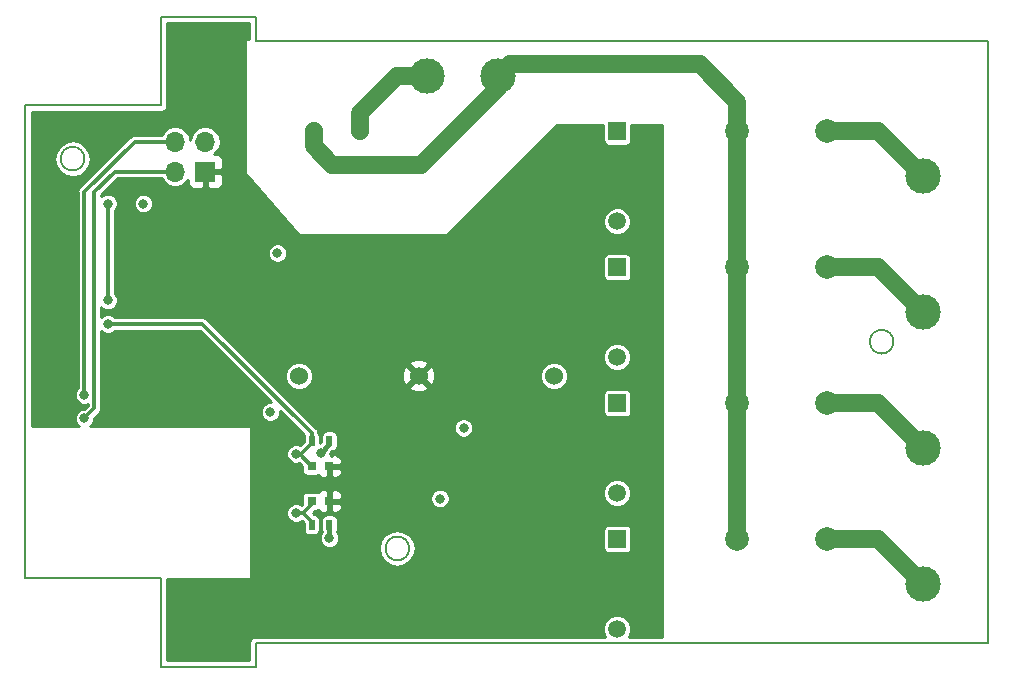
<source format=gbl>
G04 #@! TF.GenerationSoftware,KiCad,Pcbnew,5.0.2-bee76a0~70~ubuntu18.04.1*
G04 #@! TF.CreationDate,2019-12-02T22:21:51+01:00*
G04 #@! TF.ProjectId,meross,6d65726f-7373-42e6-9b69-6361645f7063,rev?*
G04 #@! TF.SameCoordinates,PX6ea0500PY700e860*
G04 #@! TF.FileFunction,Copper,L4,Bot*
G04 #@! TF.FilePolarity,Positive*
%FSLAX46Y46*%
G04 Gerber Fmt 4.6, Leading zero omitted, Abs format (unit mm)*
G04 Created by KiCad (PCBNEW 5.0.2-bee76a0~70~ubuntu18.04.1) date Mon 02 Dec 2019 10:21:51 PM CET*
%MOMM*%
%LPD*%
G01*
G04 APERTURE LIST*
G04 #@! TA.AperFunction,NonConductor*
%ADD10C,0.200000*%
G04 #@! TD*
G04 #@! TA.AperFunction,SMDPad,CuDef*
%ADD11R,0.500000X0.900000*%
G04 #@! TD*
G04 #@! TA.AperFunction,SMDPad,CuDef*
%ADD12R,0.800000X0.750000*%
G04 #@! TD*
G04 #@! TA.AperFunction,ComponentPad*
%ADD13R,1.520000X1.520000*%
G04 #@! TD*
G04 #@! TA.AperFunction,ComponentPad*
%ADD14C,2.000000*%
G04 #@! TD*
G04 #@! TA.AperFunction,ComponentPad*
%ADD15C,1.520000*%
G04 #@! TD*
G04 #@! TA.AperFunction,ComponentPad*
%ADD16C,1.524000*%
G04 #@! TD*
G04 #@! TA.AperFunction,ComponentPad*
%ADD17C,3.000000*%
G04 #@! TD*
G04 #@! TA.AperFunction,ComponentPad*
%ADD18R,1.700000X1.700000*%
G04 #@! TD*
G04 #@! TA.AperFunction,ComponentPad*
%ADD19O,1.700000X1.700000*%
G04 #@! TD*
G04 #@! TA.AperFunction,ViaPad*
%ADD20C,0.800000*%
G04 #@! TD*
G04 #@! TA.AperFunction,Conductor*
%ADD21C,0.300000*%
G04 #@! TD*
G04 #@! TA.AperFunction,Conductor*
%ADD22C,1.500000*%
G04 #@! TD*
G04 #@! TA.AperFunction,Conductor*
%ADD23C,0.400000*%
G04 #@! TD*
G04 #@! TA.AperFunction,Conductor*
%ADD24C,0.254000*%
G04 #@! TD*
G04 APERTURE END LIST*
D10*
X32500000Y10000000D02*
G75*
G03X32500000Y10000000I-1000000J0D01*
G01*
X5000000Y43000000D02*
G75*
G03X5000000Y43000000I-1000000J0D01*
G01*
X73500000Y27500000D02*
G75*
G03X73500000Y27500000I-1000000J0D01*
G01*
X81499999Y53000000D02*
X81500000Y2000000D01*
X81499999Y53000000D02*
X19500000Y53000000D01*
X19500000Y2000000D02*
X81500000Y2000000D01*
X19500000Y0D02*
X19500000Y2000000D01*
X19500000Y53000000D02*
X19500000Y55000000D01*
X19500000Y0D02*
X11500000Y0D01*
X11500000Y55000000D02*
X19500000Y55000000D01*
X11500000Y55000000D02*
X11500000Y47500000D01*
X11500000Y7500000D02*
X11500000Y0D01*
X11500000Y7500000D02*
X0Y7500000D01*
X0Y47500000D02*
X11500000Y47500000D01*
X0Y7500000D02*
X0Y47500000D01*
D11*
G04 #@! TO.P,R4,1*
G04 #@! TO.N,+3.3V*
X25750000Y19100000D03*
G04 #@! TO.P,R4,2*
G04 #@! TO.N,/GPIO0*
X24250000Y19100000D03*
G04 #@! TD*
D12*
G04 #@! TO.P,C1,1*
G04 #@! TO.N,GND*
X25750000Y14000000D03*
G04 #@! TO.P,C1,2*
G04 #@! TO.N,/RST*
X24250000Y14000000D03*
G04 #@! TD*
G04 #@! TO.P,C3,2*
G04 #@! TO.N,/GPIO0*
X24250000Y16950000D03*
G04 #@! TO.P,C3,1*
G04 #@! TO.N,GND*
X25750000Y16950000D03*
G04 #@! TD*
D13*
G04 #@! TO.P,K1,1*
G04 #@! TO.N,Net-(D2-Pad2)*
X50125000Y45300000D03*
D14*
G04 #@! TO.P,K1,2*
G04 #@! TO.N,/L*
X60285000Y45300000D03*
G04 #@! TO.P,K1,3*
G04 #@! TO.N,Net-(J4-Pad1)*
X67905000Y45300000D03*
D15*
G04 #@! TO.P,K1,5*
G04 #@! TO.N,+12V*
X50125000Y37680000D03*
G04 #@! TD*
G04 #@! TO.P,K2,5*
G04 #@! TO.N,+12V*
X50125000Y26180000D03*
D14*
G04 #@! TO.P,K2,3*
G04 #@! TO.N,Net-(J5-Pad1)*
X67905000Y33800000D03*
G04 #@! TO.P,K2,2*
G04 #@! TO.N,/L*
X60285000Y33800000D03*
D13*
G04 #@! TO.P,K2,1*
G04 #@! TO.N,Net-(D3-Pad2)*
X50125000Y33800000D03*
G04 #@! TD*
G04 #@! TO.P,K3,1*
G04 #@! TO.N,Net-(D4-Pad2)*
X50125000Y22300000D03*
D14*
G04 #@! TO.P,K3,2*
G04 #@! TO.N,/L*
X60285000Y22300000D03*
G04 #@! TO.P,K3,3*
G04 #@! TO.N,Net-(J6-Pad1)*
X67905000Y22300000D03*
D15*
G04 #@! TO.P,K3,5*
G04 #@! TO.N,+12V*
X50125000Y14680000D03*
G04 #@! TD*
G04 #@! TO.P,K4,5*
G04 #@! TO.N,+12V*
X50125000Y3180000D03*
D14*
G04 #@! TO.P,K4,3*
G04 #@! TO.N,Net-(J7-Pad1)*
X67905000Y10800000D03*
G04 #@! TO.P,K4,2*
G04 #@! TO.N,/L*
X60285000Y10800000D03*
D13*
G04 #@! TO.P,K4,1*
G04 #@! TO.N,Net-(D5-Pad2)*
X50125000Y10800000D03*
G04 #@! TD*
D11*
G04 #@! TO.P,R1,2*
G04 #@! TO.N,/RST*
X24250000Y12000000D03*
G04 #@! TO.P,R1,1*
G04 #@! TO.N,+3.3V*
X25750000Y12000000D03*
G04 #@! TD*
D16*
G04 #@! TO.P,PS1,1*
G04 #@! TO.N,/L*
X24430000Y45380000D03*
G04 #@! TO.P,PS1,2*
G04 #@! TO.N,/N*
X28330000Y45380000D03*
G04 #@! TO.P,PS1,5*
G04 #@! TO.N,+12V*
X23140000Y24620000D03*
G04 #@! TO.P,PS1,4*
G04 #@! TO.N,GND*
X33300000Y24620000D03*
G04 #@! TO.P,PS1,3*
G04 #@! TO.N,N/C*
X44730000Y24620000D03*
G04 #@! TD*
D17*
G04 #@! TO.P,J1,1*
G04 #@! TO.N,/L*
X40000000Y50000000D03*
G04 #@! TD*
G04 #@! TO.P,J2,1*
G04 #@! TO.N,/N*
X34000000Y50000000D03*
G04 #@! TD*
G04 #@! TO.P,J4,1*
G04 #@! TO.N,Net-(J4-Pad1)*
X76000000Y41500000D03*
G04 #@! TD*
G04 #@! TO.P,J5,1*
G04 #@! TO.N,Net-(J5-Pad1)*
X76000000Y30000000D03*
G04 #@! TD*
G04 #@! TO.P,J6,1*
G04 #@! TO.N,Net-(J6-Pad1)*
X76000000Y18500000D03*
G04 #@! TD*
G04 #@! TO.P,J7,1*
G04 #@! TO.N,Net-(J7-Pad1)*
X76000000Y7000000D03*
G04 #@! TD*
D18*
G04 #@! TO.P,J3,1*
G04 #@! TO.N,GND*
X15240000Y41910000D03*
D19*
G04 #@! TO.P,J3,2*
G04 #@! TO.N,+3.3V*
X15240000Y44450000D03*
G04 #@! TO.P,J3,3*
G04 #@! TO.N,/Tx*
X12700000Y41910000D03*
G04 #@! TO.P,J3,4*
G04 #@! TO.N,/Rx*
X12700000Y44450000D03*
G04 #@! TD*
D20*
G04 #@! TO.N,GND*
X37100000Y16909997D03*
X32700000Y15309997D03*
X31100001Y19709997D03*
X34100000Y20409997D03*
X20500000Y37400000D03*
X4000000Y39000000D03*
X2900000Y36000000D03*
X27075000Y14875000D03*
X27100000Y19875000D03*
G04 #@! TO.N,/Rx*
X5000000Y23000000D03*
G04 #@! TO.N,/Tx*
X5000000Y21000000D03*
G04 #@! TO.N,+12V*
X37100000Y20209997D03*
G04 #@! TO.N,+3.3V*
X20750000Y21550000D03*
X21350000Y35000000D03*
X25750000Y10850000D03*
X35100000Y14225000D03*
X10000000Y39200000D03*
X25000000Y18100000D03*
G04 #@! TO.N,/RST*
X22925000Y13000000D03*
G04 #@! TO.N,/GPIO0*
X7000000Y29000000D03*
X22925000Y18000000D03*
G04 #@! TO.N,Net-(R5-Pad2)*
X7000000Y31000000D03*
X7000000Y39200000D03*
G04 #@! TD*
D21*
G04 #@! TO.N,/Rx*
X9250000Y44450000D02*
X12700000Y44450000D01*
X5000000Y23000000D02*
X5000000Y40200000D01*
X5000000Y40200000D02*
X9250000Y44450000D01*
G04 #@! TO.N,/Tx*
X5850001Y21850001D02*
X5850001Y40150001D01*
X5000000Y21000000D02*
X5850001Y21850001D01*
X5850001Y40150001D02*
X7610000Y41910000D01*
X7610000Y41910000D02*
X11430000Y41910000D01*
X11430000Y41910000D02*
X12700000Y41910000D01*
D22*
G04 #@! TO.N,/L*
X33500000Y42500000D02*
X40000000Y49000000D01*
X26000000Y42500000D02*
X33500000Y42500000D01*
X40000000Y49000000D02*
X40000000Y50000000D01*
X24430000Y45380000D02*
X24430000Y44070000D01*
X24430000Y44070000D02*
X26000000Y42500000D01*
X60285000Y47800000D02*
X60285000Y23800000D01*
X57085000Y51000000D02*
X60285000Y47800000D01*
X40000000Y50000000D02*
X41000000Y51000000D01*
X60285000Y23800000D02*
X60285000Y10800000D01*
X41000000Y51000000D02*
X57085000Y51000000D01*
D23*
G04 #@! TO.N,+3.3V*
X25750000Y12000000D02*
X25750000Y10850000D01*
X25750000Y19100000D02*
X25750000Y18850000D01*
X25750000Y18850000D02*
X25000000Y18100000D01*
D22*
G04 #@! TO.N,/N*
X28330000Y46830000D02*
X28330000Y45380000D01*
X34000000Y50000000D02*
X31500000Y50000000D01*
X31500000Y50000000D02*
X28330000Y46830000D01*
D21*
G04 #@! TO.N,/RST*
X22925000Y13000000D02*
X23250000Y13000000D01*
X24250000Y12250000D02*
X24250000Y12000000D01*
X23250000Y13000000D02*
X23500000Y13000000D01*
X23500000Y13000000D02*
X24250000Y12250000D01*
X24250000Y13750000D02*
X24250000Y14000000D01*
X23500000Y13000000D02*
X24250000Y13750000D01*
G04 #@! TO.N,/GPIO0*
X7565685Y29000000D02*
X7000000Y29000000D01*
X15000000Y29000000D02*
X7565685Y29000000D01*
X24250000Y19100000D02*
X24250000Y19750000D01*
X24250000Y19750000D02*
X15000000Y29000000D01*
X23300000Y18000000D02*
X22925000Y18000000D01*
X23350000Y18000000D02*
X23300000Y18000000D01*
X24250000Y19100000D02*
X24250000Y18900000D01*
X24250000Y18900000D02*
X23350000Y18000000D01*
X24225000Y16950000D02*
X24250000Y16950000D01*
X23300000Y18000000D02*
X23300000Y17875000D01*
X23300000Y17875000D02*
X24225000Y16950000D01*
D22*
G04 #@! TO.N,Net-(J4-Pad1)*
X72200000Y45300000D02*
X76000000Y41500000D01*
X67905000Y45300000D02*
X72200000Y45300000D01*
G04 #@! TO.N,Net-(J5-Pad1)*
X72200000Y33800000D02*
X76000000Y30000000D01*
X67905000Y33800000D02*
X72200000Y33800000D01*
G04 #@! TO.N,Net-(J6-Pad1)*
X72200000Y22300000D02*
X76000000Y18500000D01*
X67905000Y22300000D02*
X72200000Y22300000D01*
G04 #@! TO.N,Net-(J7-Pad1)*
X72200000Y10800000D02*
X76000000Y7000000D01*
X67905000Y10800000D02*
X72200000Y10800000D01*
D21*
G04 #@! TO.N,Net-(R5-Pad2)*
X7000000Y39200000D02*
X7000000Y31000000D01*
G04 #@! TD*
D24*
G04 #@! TO.N,GND*
G36*
X18973000Y53127000D02*
X18700000Y53127000D01*
X18651399Y53117333D01*
X18610197Y53089803D01*
X18582667Y53048601D01*
X18573000Y53000000D01*
X18573000Y41900000D01*
X18579473Y41859971D01*
X18603967Y41816894D01*
X23103967Y36616894D01*
X23151399Y36582667D01*
X23200000Y36573000D01*
X35700000Y36573000D01*
X35748601Y36582667D01*
X35789803Y36610197D01*
X37095715Y37916109D01*
X48938000Y37916109D01*
X48938000Y37443891D01*
X49118710Y37007618D01*
X49452618Y36673710D01*
X49888891Y36493000D01*
X50361109Y36493000D01*
X50797382Y36673710D01*
X51131290Y37007618D01*
X51312000Y37443891D01*
X51312000Y37916109D01*
X51131290Y38352382D01*
X50797382Y38686290D01*
X50361109Y38867000D01*
X49888891Y38867000D01*
X49452618Y38686290D01*
X49118710Y38352382D01*
X48938000Y37916109D01*
X37095715Y37916109D01*
X45052606Y45873000D01*
X48929635Y45873000D01*
X48929635Y44540000D01*
X48962775Y44373393D01*
X49057150Y44232150D01*
X49198393Y44137775D01*
X49365000Y44104635D01*
X50885000Y44104635D01*
X51051607Y44137775D01*
X51192850Y44232150D01*
X51287225Y44373393D01*
X51320365Y44540000D01*
X51320365Y45873000D01*
X53873000Y45873000D01*
X53873000Y2527000D01*
X51139318Y2527000D01*
X51312000Y2943891D01*
X51312000Y3416109D01*
X51131290Y3852382D01*
X50797382Y4186290D01*
X50361109Y4367000D01*
X49888891Y4367000D01*
X49452618Y4186290D01*
X49118710Y3852382D01*
X48938000Y3416109D01*
X48938000Y2943891D01*
X49110682Y2527000D01*
X19551903Y2527000D01*
X19500000Y2537324D01*
X19448098Y2527000D01*
X19448097Y2527000D01*
X19294375Y2496423D01*
X19120055Y2379945D01*
X19003577Y2205625D01*
X18962676Y2000000D01*
X18973001Y1948093D01*
X18973000Y527000D01*
X12027000Y527000D01*
X12027000Y7373000D01*
X19000000Y7373000D01*
X19048601Y7382667D01*
X19089803Y7410197D01*
X19117333Y7451399D01*
X19127000Y7500000D01*
X19127000Y10000000D01*
X29953000Y10000000D01*
X30070758Y9407989D01*
X30406106Y8906106D01*
X30907989Y8570758D01*
X31500000Y8453000D01*
X32092011Y8570758D01*
X32593894Y8906106D01*
X32929242Y9407989D01*
X33047000Y10000000D01*
X32929242Y10592011D01*
X32593894Y11093894D01*
X32092011Y11429242D01*
X31500000Y11547000D01*
X30907989Y11429242D01*
X30406106Y11093894D01*
X30070758Y10592011D01*
X29953000Y10000000D01*
X19127000Y10000000D01*
X19127000Y11014501D01*
X24923000Y11014501D01*
X24923000Y10685499D01*
X25048903Y10381542D01*
X25281542Y10148903D01*
X25585499Y10023000D01*
X25914501Y10023000D01*
X26218458Y10148903D01*
X26451097Y10381542D01*
X26577000Y10685499D01*
X26577000Y11014501D01*
X26451097Y11318458D01*
X26395791Y11373764D01*
X26402225Y11383393D01*
X26435365Y11550000D01*
X26435365Y11560000D01*
X48929635Y11560000D01*
X48929635Y10040000D01*
X48962775Y9873393D01*
X49057150Y9732150D01*
X49198393Y9637775D01*
X49365000Y9604635D01*
X50885000Y9604635D01*
X51051607Y9637775D01*
X51192850Y9732150D01*
X51287225Y9873393D01*
X51320365Y10040000D01*
X51320365Y11560000D01*
X51287225Y11726607D01*
X51192850Y11867850D01*
X51051607Y11962225D01*
X50885000Y11995365D01*
X49365000Y11995365D01*
X49198393Y11962225D01*
X49057150Y11867850D01*
X48962775Y11726607D01*
X48929635Y11560000D01*
X26435365Y11560000D01*
X26435365Y12450000D01*
X26402225Y12616607D01*
X26307850Y12757850D01*
X26166607Y12852225D01*
X26000000Y12885365D01*
X25500000Y12885365D01*
X25333393Y12852225D01*
X25192150Y12757850D01*
X25097775Y12616607D01*
X25064635Y12450000D01*
X25064635Y11550000D01*
X25097775Y11383393D01*
X25104209Y11373764D01*
X25048903Y11318458D01*
X24923000Y11014501D01*
X19127000Y11014501D01*
X19127000Y13164501D01*
X22098000Y13164501D01*
X22098000Y12835499D01*
X22223903Y12531542D01*
X22456542Y12298903D01*
X22760499Y12173000D01*
X23089501Y12173000D01*
X23387546Y12296454D01*
X23564635Y12119364D01*
X23564635Y11550000D01*
X23597775Y11383393D01*
X23692150Y11242150D01*
X23833393Y11147775D01*
X24000000Y11114635D01*
X24500000Y11114635D01*
X24666607Y11147775D01*
X24807850Y11242150D01*
X24902225Y11383393D01*
X24935365Y11550000D01*
X24935365Y12450000D01*
X24902225Y12616607D01*
X24807850Y12757850D01*
X24666607Y12852225D01*
X24500000Y12885365D01*
X24430636Y12885365D01*
X24316001Y13000000D01*
X24505636Y13189635D01*
X24650000Y13189635D01*
X24816607Y13222775D01*
X24839142Y13237832D01*
X24990302Y13086673D01*
X25223691Y12990000D01*
X25464250Y12990000D01*
X25623000Y13148750D01*
X25623000Y13873000D01*
X25877000Y13873000D01*
X25877000Y13148750D01*
X26035750Y12990000D01*
X26276309Y12990000D01*
X26509698Y13086673D01*
X26688327Y13265301D01*
X26785000Y13498690D01*
X26785000Y13714250D01*
X26626250Y13873000D01*
X25877000Y13873000D01*
X25623000Y13873000D01*
X25603000Y13873000D01*
X25603000Y14127000D01*
X25623000Y14127000D01*
X25623000Y14851250D01*
X25877000Y14851250D01*
X25877000Y14127000D01*
X26626250Y14127000D01*
X26785000Y14285750D01*
X26785000Y14389501D01*
X34273000Y14389501D01*
X34273000Y14060499D01*
X34398903Y13756542D01*
X34631542Y13523903D01*
X34935499Y13398000D01*
X35264501Y13398000D01*
X35568458Y13523903D01*
X35801097Y13756542D01*
X35927000Y14060499D01*
X35927000Y14389501D01*
X35801097Y14693458D01*
X35578446Y14916109D01*
X48938000Y14916109D01*
X48938000Y14443891D01*
X49118710Y14007618D01*
X49452618Y13673710D01*
X49888891Y13493000D01*
X50361109Y13493000D01*
X50797382Y13673710D01*
X51131290Y14007618D01*
X51312000Y14443891D01*
X51312000Y14916109D01*
X51131290Y15352382D01*
X50797382Y15686290D01*
X50361109Y15867000D01*
X49888891Y15867000D01*
X49452618Y15686290D01*
X49118710Y15352382D01*
X48938000Y14916109D01*
X35578446Y14916109D01*
X35568458Y14926097D01*
X35264501Y15052000D01*
X34935499Y15052000D01*
X34631542Y14926097D01*
X34398903Y14693458D01*
X34273000Y14389501D01*
X26785000Y14389501D01*
X26785000Y14501310D01*
X26688327Y14734699D01*
X26509698Y14913327D01*
X26276309Y15010000D01*
X26035750Y15010000D01*
X25877000Y14851250D01*
X25623000Y14851250D01*
X25464250Y15010000D01*
X25223691Y15010000D01*
X24990302Y14913327D01*
X24839142Y14762168D01*
X24816607Y14777225D01*
X24650000Y14810365D01*
X23850000Y14810365D01*
X23683393Y14777225D01*
X23542150Y14682850D01*
X23447775Y14541607D01*
X23414635Y14375000D01*
X23414635Y13730635D01*
X23387546Y13703546D01*
X23089501Y13827000D01*
X22760499Y13827000D01*
X22456542Y13701097D01*
X22223903Y13468458D01*
X22098000Y13164501D01*
X19127000Y13164501D01*
X19127000Y20200000D01*
X19117333Y20248601D01*
X19089803Y20289803D01*
X19048601Y20317333D01*
X19000000Y20327000D01*
X5496555Y20327000D01*
X5701097Y20531542D01*
X5827000Y20835499D01*
X5827000Y21011000D01*
X6217816Y21401815D01*
X6265995Y21434007D01*
X6393523Y21624867D01*
X6427001Y21793172D01*
X6427001Y21793173D01*
X6438305Y21850001D01*
X6427001Y21906829D01*
X6427001Y28403444D01*
X6531542Y28298903D01*
X6835499Y28173000D01*
X7164501Y28173000D01*
X7468458Y28298903D01*
X7592555Y28423000D01*
X14761000Y28423000D01*
X20806999Y22377000D01*
X20585499Y22377000D01*
X20281542Y22251097D01*
X20048903Y22018458D01*
X19923000Y21714501D01*
X19923000Y21385499D01*
X20048903Y21081542D01*
X20281542Y20848903D01*
X20585499Y20723000D01*
X20914501Y20723000D01*
X21218458Y20848903D01*
X21451097Y21081542D01*
X21577000Y21385499D01*
X21577000Y21606999D01*
X23576143Y19607856D01*
X23564635Y19550000D01*
X23564635Y19030636D01*
X23281480Y18747480D01*
X23089501Y18827000D01*
X22760499Y18827000D01*
X22456542Y18701097D01*
X22223903Y18468458D01*
X22098000Y18164501D01*
X22098000Y17835499D01*
X22223903Y17531542D01*
X22456542Y17298903D01*
X22760499Y17173000D01*
X23089501Y17173000D01*
X23157736Y17201264D01*
X23414635Y16944364D01*
X23414635Y16575000D01*
X23447775Y16408393D01*
X23542150Y16267150D01*
X23683393Y16172775D01*
X23850000Y16139635D01*
X24650000Y16139635D01*
X24816607Y16172775D01*
X24839142Y16187832D01*
X24990302Y16036673D01*
X25223691Y15940000D01*
X25464250Y15940000D01*
X25623000Y16098750D01*
X25623000Y16823000D01*
X25877000Y16823000D01*
X25877000Y16098750D01*
X26035750Y15940000D01*
X26276309Y15940000D01*
X26509698Y16036673D01*
X26688327Y16215301D01*
X26785000Y16448690D01*
X26785000Y16664250D01*
X26626250Y16823000D01*
X25877000Y16823000D01*
X25623000Y16823000D01*
X25603000Y16823000D01*
X25603000Y17077000D01*
X25623000Y17077000D01*
X25623000Y17097000D01*
X25877000Y17097000D01*
X25877000Y17077000D01*
X26626250Y17077000D01*
X26785000Y17235750D01*
X26785000Y17451310D01*
X26688327Y17684699D01*
X26509698Y17863327D01*
X26276309Y17960000D01*
X26035750Y17960000D01*
X25877002Y17801252D01*
X25877002Y17960000D01*
X25827000Y17960000D01*
X25827000Y18040288D01*
X26001681Y18214969D01*
X26166607Y18247775D01*
X26307850Y18342150D01*
X26402225Y18483393D01*
X26435365Y18650000D01*
X26435365Y19550000D01*
X26402225Y19716607D01*
X26307850Y19857850D01*
X26166607Y19952225D01*
X26000000Y19985365D01*
X25500000Y19985365D01*
X25333393Y19952225D01*
X25192150Y19857850D01*
X25097775Y19716607D01*
X25064635Y19550000D01*
X25064635Y19051347D01*
X24940288Y18927000D01*
X24935365Y18927000D01*
X24935365Y19550000D01*
X24902225Y19716607D01*
X24820666Y19838669D01*
X24816851Y19857850D01*
X24793522Y19975134D01*
X24665994Y20165994D01*
X24617815Y20198186D01*
X24441503Y20374498D01*
X36273000Y20374498D01*
X36273000Y20045496D01*
X36398903Y19741539D01*
X36631542Y19508900D01*
X36935499Y19382997D01*
X37264501Y19382997D01*
X37568458Y19508900D01*
X37801097Y19741539D01*
X37927000Y20045496D01*
X37927000Y20374498D01*
X37801097Y20678455D01*
X37568458Y20911094D01*
X37264501Y21036997D01*
X36935499Y21036997D01*
X36631542Y20911094D01*
X36398903Y20678455D01*
X36273000Y20374498D01*
X24441503Y20374498D01*
X21756001Y23060000D01*
X48929635Y23060000D01*
X48929635Y21540000D01*
X48962775Y21373393D01*
X49057150Y21232150D01*
X49198393Y21137775D01*
X49365000Y21104635D01*
X50885000Y21104635D01*
X51051607Y21137775D01*
X51192850Y21232150D01*
X51287225Y21373393D01*
X51320365Y21540000D01*
X51320365Y23060000D01*
X51287225Y23226607D01*
X51192850Y23367850D01*
X51051607Y23462225D01*
X50885000Y23495365D01*
X49365000Y23495365D01*
X49198393Y23462225D01*
X49057150Y23367850D01*
X48962775Y23226607D01*
X48929635Y23060000D01*
X21756001Y23060000D01*
X19959494Y24856507D01*
X21951000Y24856507D01*
X21951000Y24383493D01*
X22132014Y23946486D01*
X22466486Y23612014D01*
X22903493Y23431000D01*
X23376507Y23431000D01*
X23813514Y23612014D01*
X23841287Y23639787D01*
X32499392Y23639787D01*
X32568857Y23397603D01*
X33092302Y23210856D01*
X33647368Y23238638D01*
X34031143Y23397603D01*
X34100608Y23639787D01*
X33300000Y24440395D01*
X32499392Y23639787D01*
X23841287Y23639787D01*
X24147986Y23946486D01*
X24329000Y24383493D01*
X24329000Y24827698D01*
X31890856Y24827698D01*
X31918638Y24272632D01*
X32077603Y23888857D01*
X32319787Y23819392D01*
X33120395Y24620000D01*
X33479605Y24620000D01*
X34280213Y23819392D01*
X34522397Y23888857D01*
X34709144Y24412302D01*
X34686911Y24856507D01*
X43541000Y24856507D01*
X43541000Y24383493D01*
X43722014Y23946486D01*
X44056486Y23612014D01*
X44493493Y23431000D01*
X44966507Y23431000D01*
X45403514Y23612014D01*
X45737986Y23946486D01*
X45919000Y24383493D01*
X45919000Y24856507D01*
X45737986Y25293514D01*
X45403514Y25627986D01*
X44966507Y25809000D01*
X44493493Y25809000D01*
X44056486Y25627986D01*
X43722014Y25293514D01*
X43541000Y24856507D01*
X34686911Y24856507D01*
X34681362Y24967368D01*
X34522397Y25351143D01*
X34280213Y25420608D01*
X33479605Y24620000D01*
X33120395Y24620000D01*
X32319787Y25420608D01*
X32077603Y25351143D01*
X31890856Y24827698D01*
X24329000Y24827698D01*
X24329000Y24856507D01*
X24147986Y25293514D01*
X23841287Y25600213D01*
X32499392Y25600213D01*
X33300000Y24799605D01*
X34100608Y25600213D01*
X34031143Y25842397D01*
X33507698Y26029144D01*
X32952632Y26001362D01*
X32568857Y25842397D01*
X32499392Y25600213D01*
X23841287Y25600213D01*
X23813514Y25627986D01*
X23376507Y25809000D01*
X22903493Y25809000D01*
X22466486Y25627986D01*
X22132014Y25293514D01*
X21951000Y24856507D01*
X19959494Y24856507D01*
X18399892Y26416109D01*
X48938000Y26416109D01*
X48938000Y25943891D01*
X49118710Y25507618D01*
X49452618Y25173710D01*
X49888891Y24993000D01*
X50361109Y24993000D01*
X50797382Y25173710D01*
X51131290Y25507618D01*
X51312000Y25943891D01*
X51312000Y26416109D01*
X51131290Y26852382D01*
X50797382Y27186290D01*
X50361109Y27367000D01*
X49888891Y27367000D01*
X49452618Y27186290D01*
X49118710Y26852382D01*
X48938000Y26416109D01*
X18399892Y26416109D01*
X15448188Y29367812D01*
X15415994Y29415994D01*
X15225134Y29543522D01*
X15056829Y29577000D01*
X15056828Y29577000D01*
X15000000Y29588304D01*
X14943172Y29577000D01*
X7592555Y29577000D01*
X7468458Y29701097D01*
X7164501Y29827000D01*
X6835499Y29827000D01*
X6531542Y29701097D01*
X6427001Y29596556D01*
X6427001Y30403444D01*
X6531542Y30298903D01*
X6835499Y30173000D01*
X7164501Y30173000D01*
X7468458Y30298903D01*
X7701097Y30531542D01*
X7827000Y30835499D01*
X7827000Y31164501D01*
X7701097Y31468458D01*
X7577000Y31592555D01*
X7577000Y35164501D01*
X20523000Y35164501D01*
X20523000Y34835499D01*
X20648903Y34531542D01*
X20881542Y34298903D01*
X21185499Y34173000D01*
X21514501Y34173000D01*
X21818458Y34298903D01*
X22051097Y34531542D01*
X22062884Y34560000D01*
X48929635Y34560000D01*
X48929635Y33040000D01*
X48962775Y32873393D01*
X49057150Y32732150D01*
X49198393Y32637775D01*
X49365000Y32604635D01*
X50885000Y32604635D01*
X51051607Y32637775D01*
X51192850Y32732150D01*
X51287225Y32873393D01*
X51320365Y33040000D01*
X51320365Y34560000D01*
X51287225Y34726607D01*
X51192850Y34867850D01*
X51051607Y34962225D01*
X50885000Y34995365D01*
X49365000Y34995365D01*
X49198393Y34962225D01*
X49057150Y34867850D01*
X48962775Y34726607D01*
X48929635Y34560000D01*
X22062884Y34560000D01*
X22177000Y34835499D01*
X22177000Y35164501D01*
X22051097Y35468458D01*
X21818458Y35701097D01*
X21514501Y35827000D01*
X21185499Y35827000D01*
X20881542Y35701097D01*
X20648903Y35468458D01*
X20523000Y35164501D01*
X7577000Y35164501D01*
X7577000Y38607445D01*
X7701097Y38731542D01*
X7827000Y39035499D01*
X7827000Y39364501D01*
X9173000Y39364501D01*
X9173000Y39035499D01*
X9298903Y38731542D01*
X9531542Y38498903D01*
X9835499Y38373000D01*
X10164501Y38373000D01*
X10468458Y38498903D01*
X10701097Y38731542D01*
X10827000Y39035499D01*
X10827000Y39364501D01*
X10701097Y39668458D01*
X10468458Y39901097D01*
X10164501Y40027000D01*
X9835499Y40027000D01*
X9531542Y39901097D01*
X9298903Y39668458D01*
X9173000Y39364501D01*
X7827000Y39364501D01*
X7701097Y39668458D01*
X7468458Y39901097D01*
X7164501Y40027000D01*
X6835499Y40027000D01*
X6531542Y39901097D01*
X6427001Y39796556D01*
X6427001Y39911001D01*
X7849001Y41333000D01*
X11549705Y41333000D01*
X11779335Y40989335D01*
X12201740Y40707093D01*
X12574231Y40633000D01*
X12825769Y40633000D01*
X13198260Y40707093D01*
X13620665Y40989335D01*
X13755000Y41190382D01*
X13755000Y40933691D01*
X13851673Y40700302D01*
X14030301Y40521673D01*
X14263690Y40425000D01*
X14954250Y40425000D01*
X15113000Y40583750D01*
X15113000Y41783000D01*
X15367000Y41783000D01*
X15367000Y40583750D01*
X15525750Y40425000D01*
X16216310Y40425000D01*
X16449699Y40521673D01*
X16628327Y40700302D01*
X16725000Y40933691D01*
X16725000Y41624250D01*
X16566250Y41783000D01*
X15367000Y41783000D01*
X15113000Y41783000D01*
X15093000Y41783000D01*
X15093000Y42037000D01*
X15113000Y42037000D01*
X15113000Y42057000D01*
X15367000Y42057000D01*
X15367000Y42037000D01*
X16566250Y42037000D01*
X16725000Y42195750D01*
X16725000Y42886309D01*
X16628327Y43119698D01*
X16449699Y43298327D01*
X16216310Y43395000D01*
X15959618Y43395000D01*
X16160665Y43529335D01*
X16442907Y43951740D01*
X16542017Y44450000D01*
X16442907Y44948260D01*
X16160665Y45370665D01*
X15738260Y45652907D01*
X15365769Y45727000D01*
X15114231Y45727000D01*
X14741740Y45652907D01*
X14319335Y45370665D01*
X14037093Y44948260D01*
X13970000Y44610960D01*
X13902907Y44948260D01*
X13620665Y45370665D01*
X13198260Y45652907D01*
X12825769Y45727000D01*
X12574231Y45727000D01*
X12201740Y45652907D01*
X11779335Y45370665D01*
X11549705Y45027000D01*
X9306829Y45027000D01*
X9250000Y45038304D01*
X9024865Y44993522D01*
X8957126Y44948260D01*
X8834006Y44865994D01*
X8801816Y44817818D01*
X4632186Y40648186D01*
X4584007Y40615994D01*
X4551816Y40567816D01*
X4456479Y40425134D01*
X4411696Y40200000D01*
X4423001Y40143167D01*
X4423000Y23592555D01*
X4298903Y23468458D01*
X4173000Y23164501D01*
X4173000Y22835499D01*
X4298903Y22531542D01*
X4531542Y22298903D01*
X4835499Y22173000D01*
X5164501Y22173000D01*
X5273001Y22217942D01*
X5273001Y22089002D01*
X5011000Y21827000D01*
X4835499Y21827000D01*
X4531542Y21701097D01*
X4298903Y21468458D01*
X4173000Y21164501D01*
X4173000Y20835499D01*
X4298903Y20531542D01*
X4503445Y20327000D01*
X527000Y20327000D01*
X527000Y43000000D01*
X2453000Y43000000D01*
X2570758Y42407989D01*
X2906106Y41906106D01*
X3407989Y41570758D01*
X4000000Y41453000D01*
X4592011Y41570758D01*
X5093894Y41906106D01*
X5429242Y42407989D01*
X5547000Y43000000D01*
X5429242Y43592011D01*
X5093894Y44093894D01*
X4592011Y44429242D01*
X4000000Y44547000D01*
X3407989Y44429242D01*
X2906106Y44093894D01*
X2570758Y43592011D01*
X2453000Y43000000D01*
X527000Y43000000D01*
X527000Y46973000D01*
X11448098Y46973000D01*
X11500000Y46962676D01*
X11705625Y47003577D01*
X11879945Y47120055D01*
X11996423Y47294375D01*
X12027000Y47448097D01*
X12037324Y47500000D01*
X12027000Y47551903D01*
X12027000Y54473000D01*
X18973001Y54473000D01*
X18973000Y53127000D01*
X18973000Y53127000D01*
G37*
X18973000Y53127000D02*
X18700000Y53127000D01*
X18651399Y53117333D01*
X18610197Y53089803D01*
X18582667Y53048601D01*
X18573000Y53000000D01*
X18573000Y41900000D01*
X18579473Y41859971D01*
X18603967Y41816894D01*
X23103967Y36616894D01*
X23151399Y36582667D01*
X23200000Y36573000D01*
X35700000Y36573000D01*
X35748601Y36582667D01*
X35789803Y36610197D01*
X37095715Y37916109D01*
X48938000Y37916109D01*
X48938000Y37443891D01*
X49118710Y37007618D01*
X49452618Y36673710D01*
X49888891Y36493000D01*
X50361109Y36493000D01*
X50797382Y36673710D01*
X51131290Y37007618D01*
X51312000Y37443891D01*
X51312000Y37916109D01*
X51131290Y38352382D01*
X50797382Y38686290D01*
X50361109Y38867000D01*
X49888891Y38867000D01*
X49452618Y38686290D01*
X49118710Y38352382D01*
X48938000Y37916109D01*
X37095715Y37916109D01*
X45052606Y45873000D01*
X48929635Y45873000D01*
X48929635Y44540000D01*
X48962775Y44373393D01*
X49057150Y44232150D01*
X49198393Y44137775D01*
X49365000Y44104635D01*
X50885000Y44104635D01*
X51051607Y44137775D01*
X51192850Y44232150D01*
X51287225Y44373393D01*
X51320365Y44540000D01*
X51320365Y45873000D01*
X53873000Y45873000D01*
X53873000Y2527000D01*
X51139318Y2527000D01*
X51312000Y2943891D01*
X51312000Y3416109D01*
X51131290Y3852382D01*
X50797382Y4186290D01*
X50361109Y4367000D01*
X49888891Y4367000D01*
X49452618Y4186290D01*
X49118710Y3852382D01*
X48938000Y3416109D01*
X48938000Y2943891D01*
X49110682Y2527000D01*
X19551903Y2527000D01*
X19500000Y2537324D01*
X19448098Y2527000D01*
X19448097Y2527000D01*
X19294375Y2496423D01*
X19120055Y2379945D01*
X19003577Y2205625D01*
X18962676Y2000000D01*
X18973001Y1948093D01*
X18973000Y527000D01*
X12027000Y527000D01*
X12027000Y7373000D01*
X19000000Y7373000D01*
X19048601Y7382667D01*
X19089803Y7410197D01*
X19117333Y7451399D01*
X19127000Y7500000D01*
X19127000Y10000000D01*
X29953000Y10000000D01*
X30070758Y9407989D01*
X30406106Y8906106D01*
X30907989Y8570758D01*
X31500000Y8453000D01*
X32092011Y8570758D01*
X32593894Y8906106D01*
X32929242Y9407989D01*
X33047000Y10000000D01*
X32929242Y10592011D01*
X32593894Y11093894D01*
X32092011Y11429242D01*
X31500000Y11547000D01*
X30907989Y11429242D01*
X30406106Y11093894D01*
X30070758Y10592011D01*
X29953000Y10000000D01*
X19127000Y10000000D01*
X19127000Y11014501D01*
X24923000Y11014501D01*
X24923000Y10685499D01*
X25048903Y10381542D01*
X25281542Y10148903D01*
X25585499Y10023000D01*
X25914501Y10023000D01*
X26218458Y10148903D01*
X26451097Y10381542D01*
X26577000Y10685499D01*
X26577000Y11014501D01*
X26451097Y11318458D01*
X26395791Y11373764D01*
X26402225Y11383393D01*
X26435365Y11550000D01*
X26435365Y11560000D01*
X48929635Y11560000D01*
X48929635Y10040000D01*
X48962775Y9873393D01*
X49057150Y9732150D01*
X49198393Y9637775D01*
X49365000Y9604635D01*
X50885000Y9604635D01*
X51051607Y9637775D01*
X51192850Y9732150D01*
X51287225Y9873393D01*
X51320365Y10040000D01*
X51320365Y11560000D01*
X51287225Y11726607D01*
X51192850Y11867850D01*
X51051607Y11962225D01*
X50885000Y11995365D01*
X49365000Y11995365D01*
X49198393Y11962225D01*
X49057150Y11867850D01*
X48962775Y11726607D01*
X48929635Y11560000D01*
X26435365Y11560000D01*
X26435365Y12450000D01*
X26402225Y12616607D01*
X26307850Y12757850D01*
X26166607Y12852225D01*
X26000000Y12885365D01*
X25500000Y12885365D01*
X25333393Y12852225D01*
X25192150Y12757850D01*
X25097775Y12616607D01*
X25064635Y12450000D01*
X25064635Y11550000D01*
X25097775Y11383393D01*
X25104209Y11373764D01*
X25048903Y11318458D01*
X24923000Y11014501D01*
X19127000Y11014501D01*
X19127000Y13164501D01*
X22098000Y13164501D01*
X22098000Y12835499D01*
X22223903Y12531542D01*
X22456542Y12298903D01*
X22760499Y12173000D01*
X23089501Y12173000D01*
X23387546Y12296454D01*
X23564635Y12119364D01*
X23564635Y11550000D01*
X23597775Y11383393D01*
X23692150Y11242150D01*
X23833393Y11147775D01*
X24000000Y11114635D01*
X24500000Y11114635D01*
X24666607Y11147775D01*
X24807850Y11242150D01*
X24902225Y11383393D01*
X24935365Y11550000D01*
X24935365Y12450000D01*
X24902225Y12616607D01*
X24807850Y12757850D01*
X24666607Y12852225D01*
X24500000Y12885365D01*
X24430636Y12885365D01*
X24316001Y13000000D01*
X24505636Y13189635D01*
X24650000Y13189635D01*
X24816607Y13222775D01*
X24839142Y13237832D01*
X24990302Y13086673D01*
X25223691Y12990000D01*
X25464250Y12990000D01*
X25623000Y13148750D01*
X25623000Y13873000D01*
X25877000Y13873000D01*
X25877000Y13148750D01*
X26035750Y12990000D01*
X26276309Y12990000D01*
X26509698Y13086673D01*
X26688327Y13265301D01*
X26785000Y13498690D01*
X26785000Y13714250D01*
X26626250Y13873000D01*
X25877000Y13873000D01*
X25623000Y13873000D01*
X25603000Y13873000D01*
X25603000Y14127000D01*
X25623000Y14127000D01*
X25623000Y14851250D01*
X25877000Y14851250D01*
X25877000Y14127000D01*
X26626250Y14127000D01*
X26785000Y14285750D01*
X26785000Y14389501D01*
X34273000Y14389501D01*
X34273000Y14060499D01*
X34398903Y13756542D01*
X34631542Y13523903D01*
X34935499Y13398000D01*
X35264501Y13398000D01*
X35568458Y13523903D01*
X35801097Y13756542D01*
X35927000Y14060499D01*
X35927000Y14389501D01*
X35801097Y14693458D01*
X35578446Y14916109D01*
X48938000Y14916109D01*
X48938000Y14443891D01*
X49118710Y14007618D01*
X49452618Y13673710D01*
X49888891Y13493000D01*
X50361109Y13493000D01*
X50797382Y13673710D01*
X51131290Y14007618D01*
X51312000Y14443891D01*
X51312000Y14916109D01*
X51131290Y15352382D01*
X50797382Y15686290D01*
X50361109Y15867000D01*
X49888891Y15867000D01*
X49452618Y15686290D01*
X49118710Y15352382D01*
X48938000Y14916109D01*
X35578446Y14916109D01*
X35568458Y14926097D01*
X35264501Y15052000D01*
X34935499Y15052000D01*
X34631542Y14926097D01*
X34398903Y14693458D01*
X34273000Y14389501D01*
X26785000Y14389501D01*
X26785000Y14501310D01*
X26688327Y14734699D01*
X26509698Y14913327D01*
X26276309Y15010000D01*
X26035750Y15010000D01*
X25877000Y14851250D01*
X25623000Y14851250D01*
X25464250Y15010000D01*
X25223691Y15010000D01*
X24990302Y14913327D01*
X24839142Y14762168D01*
X24816607Y14777225D01*
X24650000Y14810365D01*
X23850000Y14810365D01*
X23683393Y14777225D01*
X23542150Y14682850D01*
X23447775Y14541607D01*
X23414635Y14375000D01*
X23414635Y13730635D01*
X23387546Y13703546D01*
X23089501Y13827000D01*
X22760499Y13827000D01*
X22456542Y13701097D01*
X22223903Y13468458D01*
X22098000Y13164501D01*
X19127000Y13164501D01*
X19127000Y20200000D01*
X19117333Y20248601D01*
X19089803Y20289803D01*
X19048601Y20317333D01*
X19000000Y20327000D01*
X5496555Y20327000D01*
X5701097Y20531542D01*
X5827000Y20835499D01*
X5827000Y21011000D01*
X6217816Y21401815D01*
X6265995Y21434007D01*
X6393523Y21624867D01*
X6427001Y21793172D01*
X6427001Y21793173D01*
X6438305Y21850001D01*
X6427001Y21906829D01*
X6427001Y28403444D01*
X6531542Y28298903D01*
X6835499Y28173000D01*
X7164501Y28173000D01*
X7468458Y28298903D01*
X7592555Y28423000D01*
X14761000Y28423000D01*
X20806999Y22377000D01*
X20585499Y22377000D01*
X20281542Y22251097D01*
X20048903Y22018458D01*
X19923000Y21714501D01*
X19923000Y21385499D01*
X20048903Y21081542D01*
X20281542Y20848903D01*
X20585499Y20723000D01*
X20914501Y20723000D01*
X21218458Y20848903D01*
X21451097Y21081542D01*
X21577000Y21385499D01*
X21577000Y21606999D01*
X23576143Y19607856D01*
X23564635Y19550000D01*
X23564635Y19030636D01*
X23281480Y18747480D01*
X23089501Y18827000D01*
X22760499Y18827000D01*
X22456542Y18701097D01*
X22223903Y18468458D01*
X22098000Y18164501D01*
X22098000Y17835499D01*
X22223903Y17531542D01*
X22456542Y17298903D01*
X22760499Y17173000D01*
X23089501Y17173000D01*
X23157736Y17201264D01*
X23414635Y16944364D01*
X23414635Y16575000D01*
X23447775Y16408393D01*
X23542150Y16267150D01*
X23683393Y16172775D01*
X23850000Y16139635D01*
X24650000Y16139635D01*
X24816607Y16172775D01*
X24839142Y16187832D01*
X24990302Y16036673D01*
X25223691Y15940000D01*
X25464250Y15940000D01*
X25623000Y16098750D01*
X25623000Y16823000D01*
X25877000Y16823000D01*
X25877000Y16098750D01*
X26035750Y15940000D01*
X26276309Y15940000D01*
X26509698Y16036673D01*
X26688327Y16215301D01*
X26785000Y16448690D01*
X26785000Y16664250D01*
X26626250Y16823000D01*
X25877000Y16823000D01*
X25623000Y16823000D01*
X25603000Y16823000D01*
X25603000Y17077000D01*
X25623000Y17077000D01*
X25623000Y17097000D01*
X25877000Y17097000D01*
X25877000Y17077000D01*
X26626250Y17077000D01*
X26785000Y17235750D01*
X26785000Y17451310D01*
X26688327Y17684699D01*
X26509698Y17863327D01*
X26276309Y17960000D01*
X26035750Y17960000D01*
X25877002Y17801252D01*
X25877002Y17960000D01*
X25827000Y17960000D01*
X25827000Y18040288D01*
X26001681Y18214969D01*
X26166607Y18247775D01*
X26307850Y18342150D01*
X26402225Y18483393D01*
X26435365Y18650000D01*
X26435365Y19550000D01*
X26402225Y19716607D01*
X26307850Y19857850D01*
X26166607Y19952225D01*
X26000000Y19985365D01*
X25500000Y19985365D01*
X25333393Y19952225D01*
X25192150Y19857850D01*
X25097775Y19716607D01*
X25064635Y19550000D01*
X25064635Y19051347D01*
X24940288Y18927000D01*
X24935365Y18927000D01*
X24935365Y19550000D01*
X24902225Y19716607D01*
X24820666Y19838669D01*
X24816851Y19857850D01*
X24793522Y19975134D01*
X24665994Y20165994D01*
X24617815Y20198186D01*
X24441503Y20374498D01*
X36273000Y20374498D01*
X36273000Y20045496D01*
X36398903Y19741539D01*
X36631542Y19508900D01*
X36935499Y19382997D01*
X37264501Y19382997D01*
X37568458Y19508900D01*
X37801097Y19741539D01*
X37927000Y20045496D01*
X37927000Y20374498D01*
X37801097Y20678455D01*
X37568458Y20911094D01*
X37264501Y21036997D01*
X36935499Y21036997D01*
X36631542Y20911094D01*
X36398903Y20678455D01*
X36273000Y20374498D01*
X24441503Y20374498D01*
X21756001Y23060000D01*
X48929635Y23060000D01*
X48929635Y21540000D01*
X48962775Y21373393D01*
X49057150Y21232150D01*
X49198393Y21137775D01*
X49365000Y21104635D01*
X50885000Y21104635D01*
X51051607Y21137775D01*
X51192850Y21232150D01*
X51287225Y21373393D01*
X51320365Y21540000D01*
X51320365Y23060000D01*
X51287225Y23226607D01*
X51192850Y23367850D01*
X51051607Y23462225D01*
X50885000Y23495365D01*
X49365000Y23495365D01*
X49198393Y23462225D01*
X49057150Y23367850D01*
X48962775Y23226607D01*
X48929635Y23060000D01*
X21756001Y23060000D01*
X19959494Y24856507D01*
X21951000Y24856507D01*
X21951000Y24383493D01*
X22132014Y23946486D01*
X22466486Y23612014D01*
X22903493Y23431000D01*
X23376507Y23431000D01*
X23813514Y23612014D01*
X23841287Y23639787D01*
X32499392Y23639787D01*
X32568857Y23397603D01*
X33092302Y23210856D01*
X33647368Y23238638D01*
X34031143Y23397603D01*
X34100608Y23639787D01*
X33300000Y24440395D01*
X32499392Y23639787D01*
X23841287Y23639787D01*
X24147986Y23946486D01*
X24329000Y24383493D01*
X24329000Y24827698D01*
X31890856Y24827698D01*
X31918638Y24272632D01*
X32077603Y23888857D01*
X32319787Y23819392D01*
X33120395Y24620000D01*
X33479605Y24620000D01*
X34280213Y23819392D01*
X34522397Y23888857D01*
X34709144Y24412302D01*
X34686911Y24856507D01*
X43541000Y24856507D01*
X43541000Y24383493D01*
X43722014Y23946486D01*
X44056486Y23612014D01*
X44493493Y23431000D01*
X44966507Y23431000D01*
X45403514Y23612014D01*
X45737986Y23946486D01*
X45919000Y24383493D01*
X45919000Y24856507D01*
X45737986Y25293514D01*
X45403514Y25627986D01*
X44966507Y25809000D01*
X44493493Y25809000D01*
X44056486Y25627986D01*
X43722014Y25293514D01*
X43541000Y24856507D01*
X34686911Y24856507D01*
X34681362Y24967368D01*
X34522397Y25351143D01*
X34280213Y25420608D01*
X33479605Y24620000D01*
X33120395Y24620000D01*
X32319787Y25420608D01*
X32077603Y25351143D01*
X31890856Y24827698D01*
X24329000Y24827698D01*
X24329000Y24856507D01*
X24147986Y25293514D01*
X23841287Y25600213D01*
X32499392Y25600213D01*
X33300000Y24799605D01*
X34100608Y25600213D01*
X34031143Y25842397D01*
X33507698Y26029144D01*
X32952632Y26001362D01*
X32568857Y25842397D01*
X32499392Y25600213D01*
X23841287Y25600213D01*
X23813514Y25627986D01*
X23376507Y25809000D01*
X22903493Y25809000D01*
X22466486Y25627986D01*
X22132014Y25293514D01*
X21951000Y24856507D01*
X19959494Y24856507D01*
X18399892Y26416109D01*
X48938000Y26416109D01*
X48938000Y25943891D01*
X49118710Y25507618D01*
X49452618Y25173710D01*
X49888891Y24993000D01*
X50361109Y24993000D01*
X50797382Y25173710D01*
X51131290Y25507618D01*
X51312000Y25943891D01*
X51312000Y26416109D01*
X51131290Y26852382D01*
X50797382Y27186290D01*
X50361109Y27367000D01*
X49888891Y27367000D01*
X49452618Y27186290D01*
X49118710Y26852382D01*
X48938000Y26416109D01*
X18399892Y26416109D01*
X15448188Y29367812D01*
X15415994Y29415994D01*
X15225134Y29543522D01*
X15056829Y29577000D01*
X15056828Y29577000D01*
X15000000Y29588304D01*
X14943172Y29577000D01*
X7592555Y29577000D01*
X7468458Y29701097D01*
X7164501Y29827000D01*
X6835499Y29827000D01*
X6531542Y29701097D01*
X6427001Y29596556D01*
X6427001Y30403444D01*
X6531542Y30298903D01*
X6835499Y30173000D01*
X7164501Y30173000D01*
X7468458Y30298903D01*
X7701097Y30531542D01*
X7827000Y30835499D01*
X7827000Y31164501D01*
X7701097Y31468458D01*
X7577000Y31592555D01*
X7577000Y35164501D01*
X20523000Y35164501D01*
X20523000Y34835499D01*
X20648903Y34531542D01*
X20881542Y34298903D01*
X21185499Y34173000D01*
X21514501Y34173000D01*
X21818458Y34298903D01*
X22051097Y34531542D01*
X22062884Y34560000D01*
X48929635Y34560000D01*
X48929635Y33040000D01*
X48962775Y32873393D01*
X49057150Y32732150D01*
X49198393Y32637775D01*
X49365000Y32604635D01*
X50885000Y32604635D01*
X51051607Y32637775D01*
X51192850Y32732150D01*
X51287225Y32873393D01*
X51320365Y33040000D01*
X51320365Y34560000D01*
X51287225Y34726607D01*
X51192850Y34867850D01*
X51051607Y34962225D01*
X50885000Y34995365D01*
X49365000Y34995365D01*
X49198393Y34962225D01*
X49057150Y34867850D01*
X48962775Y34726607D01*
X48929635Y34560000D01*
X22062884Y34560000D01*
X22177000Y34835499D01*
X22177000Y35164501D01*
X22051097Y35468458D01*
X21818458Y35701097D01*
X21514501Y35827000D01*
X21185499Y35827000D01*
X20881542Y35701097D01*
X20648903Y35468458D01*
X20523000Y35164501D01*
X7577000Y35164501D01*
X7577000Y38607445D01*
X7701097Y38731542D01*
X7827000Y39035499D01*
X7827000Y39364501D01*
X9173000Y39364501D01*
X9173000Y39035499D01*
X9298903Y38731542D01*
X9531542Y38498903D01*
X9835499Y38373000D01*
X10164501Y38373000D01*
X10468458Y38498903D01*
X10701097Y38731542D01*
X10827000Y39035499D01*
X10827000Y39364501D01*
X10701097Y39668458D01*
X10468458Y39901097D01*
X10164501Y40027000D01*
X9835499Y40027000D01*
X9531542Y39901097D01*
X9298903Y39668458D01*
X9173000Y39364501D01*
X7827000Y39364501D01*
X7701097Y39668458D01*
X7468458Y39901097D01*
X7164501Y40027000D01*
X6835499Y40027000D01*
X6531542Y39901097D01*
X6427001Y39796556D01*
X6427001Y39911001D01*
X7849001Y41333000D01*
X11549705Y41333000D01*
X11779335Y40989335D01*
X12201740Y40707093D01*
X12574231Y40633000D01*
X12825769Y40633000D01*
X13198260Y40707093D01*
X13620665Y40989335D01*
X13755000Y41190382D01*
X13755000Y40933691D01*
X13851673Y40700302D01*
X14030301Y40521673D01*
X14263690Y40425000D01*
X14954250Y40425000D01*
X15113000Y40583750D01*
X15113000Y41783000D01*
X15367000Y41783000D01*
X15367000Y40583750D01*
X15525750Y40425000D01*
X16216310Y40425000D01*
X16449699Y40521673D01*
X16628327Y40700302D01*
X16725000Y40933691D01*
X16725000Y41624250D01*
X16566250Y41783000D01*
X15367000Y41783000D01*
X15113000Y41783000D01*
X15093000Y41783000D01*
X15093000Y42037000D01*
X15113000Y42037000D01*
X15113000Y42057000D01*
X15367000Y42057000D01*
X15367000Y42037000D01*
X16566250Y42037000D01*
X16725000Y42195750D01*
X16725000Y42886309D01*
X16628327Y43119698D01*
X16449699Y43298327D01*
X16216310Y43395000D01*
X15959618Y43395000D01*
X16160665Y43529335D01*
X16442907Y43951740D01*
X16542017Y44450000D01*
X16442907Y44948260D01*
X16160665Y45370665D01*
X15738260Y45652907D01*
X15365769Y45727000D01*
X15114231Y45727000D01*
X14741740Y45652907D01*
X14319335Y45370665D01*
X14037093Y44948260D01*
X13970000Y44610960D01*
X13902907Y44948260D01*
X13620665Y45370665D01*
X13198260Y45652907D01*
X12825769Y45727000D01*
X12574231Y45727000D01*
X12201740Y45652907D01*
X11779335Y45370665D01*
X11549705Y45027000D01*
X9306829Y45027000D01*
X9250000Y45038304D01*
X9024865Y44993522D01*
X8957126Y44948260D01*
X8834006Y44865994D01*
X8801816Y44817818D01*
X4632186Y40648186D01*
X4584007Y40615994D01*
X4551816Y40567816D01*
X4456479Y40425134D01*
X4411696Y40200000D01*
X4423001Y40143167D01*
X4423000Y23592555D01*
X4298903Y23468458D01*
X4173000Y23164501D01*
X4173000Y22835499D01*
X4298903Y22531542D01*
X4531542Y22298903D01*
X4835499Y22173000D01*
X5164501Y22173000D01*
X5273001Y22217942D01*
X5273001Y22089002D01*
X5011000Y21827000D01*
X4835499Y21827000D01*
X4531542Y21701097D01*
X4298903Y21468458D01*
X4173000Y21164501D01*
X4173000Y20835499D01*
X4298903Y20531542D01*
X4503445Y20327000D01*
X527000Y20327000D01*
X527000Y43000000D01*
X2453000Y43000000D01*
X2570758Y42407989D01*
X2906106Y41906106D01*
X3407989Y41570758D01*
X4000000Y41453000D01*
X4592011Y41570758D01*
X5093894Y41906106D01*
X5429242Y42407989D01*
X5547000Y43000000D01*
X5429242Y43592011D01*
X5093894Y44093894D01*
X4592011Y44429242D01*
X4000000Y44547000D01*
X3407989Y44429242D01*
X2906106Y44093894D01*
X2570758Y43592011D01*
X2453000Y43000000D01*
X527000Y43000000D01*
X527000Y46973000D01*
X11448098Y46973000D01*
X11500000Y46962676D01*
X11705625Y47003577D01*
X11879945Y47120055D01*
X11996423Y47294375D01*
X12027000Y47448097D01*
X12037324Y47500000D01*
X12027000Y47551903D01*
X12027000Y54473000D01*
X18973001Y54473000D01*
X18973000Y53127000D01*
G04 #@! TD*
M02*

</source>
